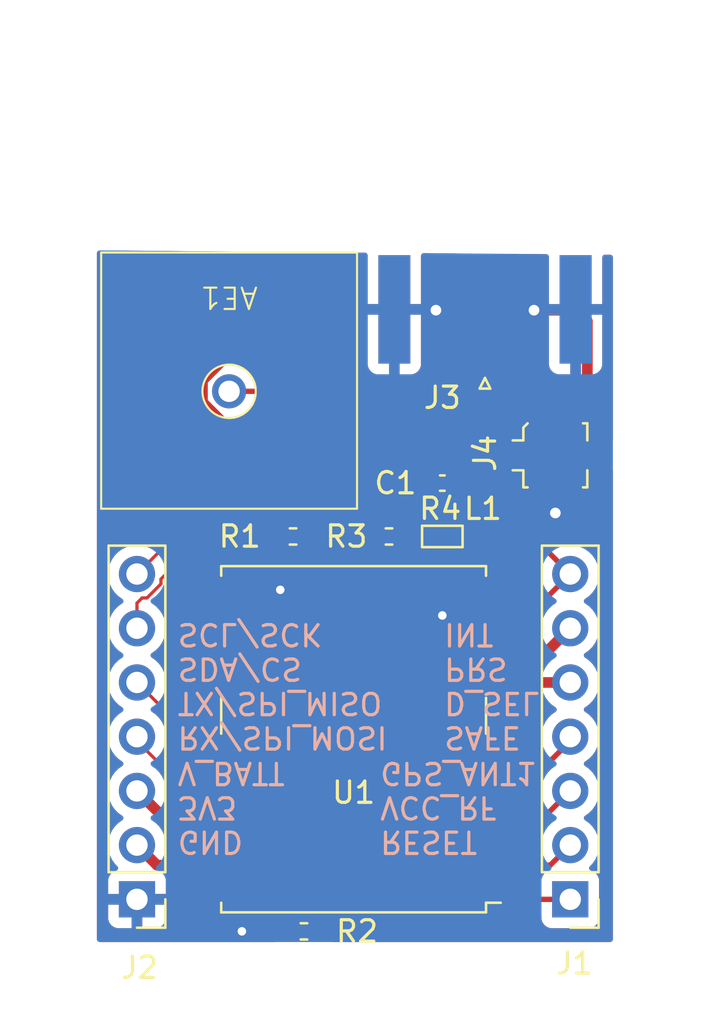
<source format=kicad_pcb>
(kicad_pcb (version 20240108) (generator "pcbnew") (generator_version "8.0")
  (layers (0 "F.Cu" signal) (31 "B.Cu" signal) (34 "B.Paste" user) (35 "F.Paste" user) (36 "B.SilkS" user "B.Silkscreen") (37 "F.SilkS" user "F.Silkscreen") (38 "B.Mask" user) (39 "F.Mask" user) (44 "Edge.Cuts" user))
  (net 0 "")
  (net 1 "3V3")
  (net 2 "V_BATT")
  (net 3 "VCC_RF")
  (net 4 "GPS_ANT1")
  (net 5 "PRS")
  (net 6 "GND")
  (net 7 "D_SEL")
  (net 8 "RESET")
  (net 9 "SAFE")
  (net 10 "INT")
  (net 11 "SCL{slash}SCK")
  (net 12 "SDA{slash}CS")
  (net 13 "RX{slash}SPI_MOSI")
  (net 14 "TX{slash}SPI_MISO")
  (net 15 "Net-(U1-SDA{slash}~{SPI_CS})")
  (net 16 "Net-(U1-SCL{slash}SPI_CLK)")
  (net 24 "Net-(C1-Pad1)")
  (footprint "Connector_PinHeader_2.54mm:PinHeader_1x07_P2.54mm_Vertical" (layer "F.Cu") (at 119.68 123.6 180)
    (property "Reference" "J2" (at -0.12 -3.2 180) (layer "F.SilkS"))
    (property "Value" "Conn_01x07_Pin")
    (fp_line (start 1.33 1.27) (end 1.33 16.57) (stroke (width 0.12)) (layer "F.SilkS"))
    (fp_line (start -1.33 16.57) (end 1.33 16.57) (stroke (width 0.12)) (layer "F.SilkS"))
    (fp_line (start -1.33 1.27) (end 1.33 1.27) (stroke (width 0.12)) (layer "F.SilkS"))
    (fp_line (start -1.33 1.27) (end -1.33 16.57) (stroke (width 0.12)) (layer "F.SilkS"))
    (fp_line (start -1.33 0) (end -1.33 -1.33) (stroke (width 0.12)) (layer "F.SilkS"))
    (fp_line (start -1.33 -1.33) (end 0 -1.33) (stroke (width 0.12)) (layer "F.SilkS"))
    (pad "1" thru_hole rect (at 0 0 180) (size 1.7 1.7) (drill 1) (layers "*.Cu" "*.Mask") (net 6 "GND"))
    (pad "2" thru_hole oval (at 0 2.54 180) (size 1.7 1.7) (drill 1) (layers "*.Cu" "*.Mask") (net 1 "3V3"))
    (pad "3" thru_hole oval (at 0 5.08 180) (size 1.7 1.7) (drill 1) (layers "*.Cu" "*.Mask") (net 2 "V_BATT"))
    (pad "4" thru_hole oval (at 0 7.62 180) (size 1.7 1.7) (drill 1) (layers "*.Cu" "*.Mask") (net 13 "RX{slash}SPI_MOSI"))
    (pad "5" thru_hole oval (at 0 10.16 180) (size 1.7 1.7) (drill 1) (layers "*.Cu" "*.Mask") (net 14 "TX{slash}SPI_MISO"))
    (pad "6" thru_hole oval (at 0 12.7 180) (size 1.7 1.7) (drill 1) (layers "*.Cu" "*.Mask") (net 12 "SDA{slash}CS"))
    (pad "7" thru_hole oval (at 0 15.24 180) (size 1.7 1.7) (drill 1) (layers "*.Cu" "*.Mask") (net 11 "SCL{slash}SCK"))
  )
  (footprint "Resistor_SMD:R_0402_1005Metric" (layer "F.Cu") (at 131.5 106.6 180)
    (property "Reference" "R3" (at 2 0 180) (layer "F.SilkS"))
    (property "Value" "R" (hide yes))
    (fp_line (start -0.153641 0.38) (end 0.153641 0.38) (stroke (width 0.12)) (layer "F.SilkS"))
    (fp_line (start -0.153641 -0.38) (end 0.153641 -0.38) (stroke (width 0.12)) (layer "F.SilkS"))
    (pad "1" smd roundrect (at -0.51 0 180) (size 0.54 0.64) (layers "F.Cu" "F.Paste" "F.Mask") (net 16 "Net-(U1-SCL{slash}SPI_CLK)"))
    (pad "2" smd roundrect (at 0.51 0 180) (size 0.54 0.64) (layers "F.Cu" "F.Paste" "F.Mask") (net 11 "SCL{slash}SCK"))
  )
  (footprint "Inductor_SMD:L_0402_1005Metric" (layer "F.Cu") (at 136.5 106.6 180)
    (property "Reference" "L1" (at 0.6 1.3 180) (layer "F.SilkS"))
    (property "Value" "27nH, 300mA")
    (pad "1" smd roundrect (at -0.485 0 180) (size 0.59 0.64) (layers "F.Cu" "F.Paste" "F.Mask") (net 4 "GPS_ANT1"))
    (pad "2" smd roundrect (at 0.485 0 180) (size 0.59 0.64) (layers "F.Cu" "F.Paste" "F.Mask") (net 24 "Net-(C1-Pad1)"))
  )
  (footprint "RF_GPS:ublox_NEO" (layer "F.Cu") (at 129.84 116.1 180)
    (property "Reference" "U1" (at 0 -2.5 180) (layer "F.SilkS"))
    (property "Value" "NEO-M9N")
    (fp_line (start 6.21 7.66) (end 6.21 8.1) (stroke (width 0.12)) (layer "F.SilkS"))
    (fp_line (start 6.21 0.26) (end 6.21 1.94) (stroke (width 0.12)) (layer "F.SilkS"))
    (fp_line (start 6.21 -8.11) (end 6.21 -7.66) (stroke (width 0.12)) (layer "F.SilkS"))
    (fp_line (start -6.21 8.11) (end 6.21 8.11) (stroke (width 0.12)) (layer "F.SilkS"))
    (fp_line (start -6.21 7.66) (end -6.21 8.11) (stroke (width 0.12)) (layer "F.SilkS"))
    (fp_line (start -6.21 0.26) (end -6.21 1.94) (stroke (width 0.12)) (layer "F.SilkS"))
    (fp_line (start -6.21 -8.11) (end 6.21 -8.11) (stroke (width 0.12)) (layer "F.SilkS"))
    (fp_line (start -6.21 -8.11) (end -6.21 -7.66) (stroke (width 0.12)) (layer "F.SilkS"))
    (fp_line (start -6.9 -7.66) (end -6.21 -7.66) (stroke (width 0.12)) (layer "F.SilkS"))
    (pad "1" smd roundrect (at -6 -7 180) (size 1.8 0.8) (layers "F.Cu" "F.Paste" "F.Mask") (net 9 "SAFE"))
    (pad "2" smd roundrect (at -6 -5.9 180) (size 1.8 0.8) (layers "F.Cu" "F.Paste" "F.Mask") (net 7 "D_SEL"))
    (pad "3" smd roundrect (at -6 -4.8 180) (size 1.8 0.8) (layers "F.Cu" "F.Paste" "F.Mask") (net 5 "PRS"))
    (pad "4" smd roundrect (at -6 -3.7 180) (size 1.8 0.8) (layers "F.Cu" "F.Paste" "F.Mask") (net 10 "INT"))
    (pad "5" smd roundrect (at -6 -2.6 180) (size 1.8 0.8) (layers "F.Cu" "F.Paste" "F.Mask"))
    (pad "6" smd roundrect (at -6 -1.5 180) (size 1.8 0.8) (layers "F.Cu" "F.Paste" "F.Mask"))
    (pad "7" smd roundrect (at -6 -0.4 180) (size 1.8 0.8) (layers "F.Cu" "F.Paste" "F.Mask"))
    (pad "8" smd roundrect (at -6 2.6 180) (size 1.8 0.8) (layers "F.Cu" "F.Paste" "F.Mask") (net 8 "RESET"))
    (pad "9" smd roundrect (at -6 3.7 180) (size 1.8 0.8) (layers "F.Cu" "F.Paste" "F.Mask") (net 3 "VCC_RF"))
    (pad "10" smd roundrect (at -6 4.8 180) (size 1.8 0.8) (layers "F.Cu" "F.Paste" "F.Mask") (net 6 "GND"))
    (pad "11" smd roundrect (at -6 5.9 180) (size 1.8 0.8) (layers "F.Cu" "F.Paste" "F.Mask") (net 4 "GPS_ANT1"))
    (pad "12" smd roundrect (at -6 7 180) (size 1.8 0.8) (layers "F.Cu" "F.Paste" "F.Mask") (net 6 "GND"))
    (pad "13" smd roundrect (at 6 7 180) (size 1.8 0.8) (layers "F.Cu" "F.Paste" "F.Mask") (net 6 "GND"))
    (pad "14" smd roundrect (at 6 5.9 180) (size 1.8 0.8) (layers "F.Cu" "F.Paste" "F.Mask"))
    (pad "15" smd roundrect (at 6 4.8 180) (size 1.8 0.8) (layers "F.Cu" "F.Paste" "F.Mask"))
    (pad "16" smd roundrect (at 6 3.7 180) (size 1.8 0.8) (layers "F.Cu" "F.Paste" "F.Mask"))
    (pad "17" smd roundrect (at 6 2.6 180) (size 1.8 0.8) (layers "F.Cu" "F.Paste" "F.Mask"))
    (pad "18" smd roundrect (at 6 -0.4 180) (size 1.8 0.8) (layers "F.Cu" "F.Paste" "F.Mask") (net 15 "Net-(U1-SDA{slash}~{SPI_CS})"))
    (pad "19" smd roundrect (at 6 -1.5 180) (size 1.8 0.8) (layers "F.Cu" "F.Paste" "F.Mask") (net 16 "Net-(U1-SCL{slash}SPI_CLK)"))
    (pad "20" smd roundrect (at 6 -2.6 180) (size 1.8 0.8) (layers "F.Cu" "F.Paste" "F.Mask") (net 14 "TX{slash}SPI_MISO"))
    (pad "21" smd roundrect (at 6 -3.7 180) (size 1.8 0.8) (layers "F.Cu" "F.Paste" "F.Mask") (net 13 "RX{slash}SPI_MOSI"))
    (pad "22" smd roundrect (at 6 -4.8 180) (size 1.8 0.8) (layers "F.Cu" "F.Paste" "F.Mask") (net 2 "V_BATT"))
    (pad "23" smd roundrect (at 6 -5.9 180) (size 1.8 0.8) (layers "F.Cu" "F.Paste" "F.Mask") (net 1 "3V3"))
    (pad "24" smd roundrect (at 6 -7 180) (size 1.8 0.8) (layers "F.Cu" "F.Paste" "F.Mask") (net 6 "GND"))
  )
  (footprint "Resistor_SMD:R_0402_1005Metric" (layer "F.Cu") (at 127.51 125.1 180)
    (property "Reference" "R2" (at -2.49 0 180) (layer "F.SilkS"))
    (property "Value" "100K" (hide yes))
    (fp_line (start -0.153641 0.38) (end 0.153641 0.38) (stroke (width 0.12)) (layer "F.SilkS"))
    (fp_line (start -0.153641 -0.38) (end 0.153641 -0.38) (stroke (width 0.12)) (layer "F.SilkS"))
    (pad "1" smd roundrect (at -0.51 0 180) (size 0.54 0.64) (layers "F.Cu" "F.Paste" "F.Mask") (net 1 "3V3"))
    (pad "2" smd roundrect (at 0.51 0 180) (size 0.54 0.64) (layers "F.Cu" "F.Paste" "F.Mask") (net 6 "GND"))
  )
  (footprint "Capacitor_SMD:C_0402_1005Metric" (layer "F.Cu") (at 134 104.1 180)
    (property "Reference" "C1" (at 2.2 0 180) (layer "F.SilkS"))
    (property "Value" "100nF")
    (fp_line (start -0.107836 0.36) (end 0.107836 0.36) (stroke (width 0.12)) (layer "F.SilkS"))
    (fp_line (start -0.107836 -0.36) (end 0.107836 -0.36) (stroke (width 0.12)) (layer "F.SilkS"))
    (pad "1" smd roundrect (at -0.48 0 180) (size 0.56 0.62) (layers "F.Cu" "F.Paste" "F.Mask") (net 24 "Net-(C1-Pad1)"))
    (pad "2" smd roundrect (at 0.48 0 180) (size 0.56 0.62) (layers "F.Cu" "F.Paste" "F.Mask") (net 6 "GND"))
  )
  (footprint "Connector_PinHeader_2.54mm:PinHeader_1x07_P2.54mm_Vertical" (layer "F.Cu") (at 140 123.6 180)
    (property "Reference" "J1" (at -0.2 -3 180) (layer "F.SilkS"))
    (property "Value" "Conn_01x07_Pin")
    (fp_line (start 1.33 1.27) (end 1.33 16.57) (stroke (width 0.12)) (layer "F.SilkS"))
    (fp_line (start -1.33 16.57) (end 1.33 16.57) (stroke (width 0.12)) (layer "F.SilkS"))
    (fp_line (start -1.33 1.27) (end 1.33 1.27) (stroke (width 0.12)) (layer "F.SilkS"))
    (fp_line (start -1.33 1.27) (end -1.33 16.57) (stroke (width 0.12)) (layer "F.SilkS"))
    (fp_line (start -1.33 0) (end -1.33 -1.33) (stroke (width 0.12)) (layer "F.SilkS"))
    (fp_line (start -1.33 -1.33) (end 0 -1.33) (stroke (width 0.12)) (layer "F.SilkS"))
    (pad "1" thru_hole rect (at 0 0 180) (size 1.7 1.7) (drill 1) (layers "*.Cu" "*.Mask") (net 9 "SAFE"))
    (pad "2" thru_hole oval (at 0 2.54 180) (size 1.7 1.7) (drill 1) (layers "*.Cu" "*.Mask") (net 7 "D_SEL"))
    (pad "3" thru_hole oval (at 0 5.08 180) (size 1.7 1.7) (drill 1) (layers "*.Cu" "*.Mask") (net 5 "PRS"))
    (pad "4" thru_hole oval (at 0 7.62 180) (size 1.7 1.7) (drill 1) (layers "*.Cu" "*.Mask") (net 10 "INT"))
    (pad "5" thru_hole oval (at 0 10.16 180) (size 1.7 1.7) (drill 1) (layers "*.Cu" "*.Mask") (net 8 "RESET"))
    (pad "6" thru_hole oval (at 0 12.7 180) (size 1.7 1.7) (drill 1) (layers "*.Cu" "*.Mask") (net 3 "VCC_RF"))
    (pad "7" thru_hole oval (at 0 15.24 180) (size 1.7 1.7) (drill 1) (layers "*.Cu" "*.Mask") (net 4 "GPS_ANT1"))
  )
  (footprint "Connector_Coaxial:SMA_Amphenol_132289_EdgeMount" (layer "F.Cu") (at 136 95.9625 90)
    (property "Reference" "J3" (at -4.1375 -2 360) (layer "F.SilkS"))
    (property "Value" "SMA")
    (fp_line (start -3.71 -0.25) (end -3.71 0.25) (stroke (width 0.12)) (layer "F.SilkS"))
    (fp_line (start -3.21 0) (end -3.71 -0.25) (stroke (width 0.12)) (layer "F.SilkS"))
    (fp_line (start -3.71 0.25) (end -3.21 0) (stroke (width 0.12)) (layer "F.SilkS"))
    (pad "1" smd rect (at 0 0 180) (size 1.5 5.08) (layers "F.Cu" "F.Paste" "F.Mask") (net 4 "GPS_ANT1"))
    (pad "2" smd rect (at 0 -4.25 180) (size 1.5 5.08) (layers "F.Cu" "F.Paste" "F.Mask") (net 6 "GND"))
    (pad "2" smd rect (at 0 -4.25 180) (size 1.5 5.08) (layers "B.Cu" "B.Paste" "B.Mask") (net 6 "GND"))
    (pad "2" smd rect (at 0 4.25 180) (size 1.5 5.08) (layers "F.Cu" "F.Paste" "F.Mask") (net 6 "GND"))
    (pad "2" smd rect (at 0 4.25 180) (size 1.5 5.08) (layers "B.Cu" "B.Paste" "B.Mask") (net 6 "GND"))
  )
  (footprint "PCM_Resistor_SMD_AKL:R_0402_1005Metric" (layer "F.Cu") (at 134 106.6)
    (property "Reference" "R4" (at -0.1 -1.3 360) (layer "F.SilkS"))
    (property "Value" "10" (hide yes))
    (fp_line (start -0.95 -0.5) (end -0.95 0.5) (stroke (width 0.12)) (layer "F.SilkS"))
    (fp_line (start -0.95 0.5) (end 0.95 0.5) (stroke (width 0.12)) (layer "F.SilkS"))
    (fp_line (start 0.95 -0.5) (end -0.95 -0.5) (stroke (width 0.12)) (layer "F.SilkS"))
    (fp_line (start 0.95 0.5) (end 0.95 -0.5) (stroke (width 0.12)) (layer "F.SilkS"))
    (pad "1" smd roundrect (at -0.51 0) (size 0.54 0.64) (layers "F.Cu" "F.Paste" "F.Mask") (net 3 "VCC_RF"))
    (pad "2" smd roundrect (at 0.51 0) (size 0.54 0.64) (layers "F.Cu" "F.Paste" "F.Mask") (net 24 "Net-(C1-Pad1)"))
  )
  (footprint "Resistor_SMD:R_0402_1005Metric" (layer "F.Cu") (at 127 106.6)
    (property "Reference" "R1" (at -2.5 0 360) (layer "F.SilkS"))
    (property "Value" "R" (hide yes))
    (fp_line (start -0.153641 -0.38) (end 0.153641 -0.38) (stroke (width 0.12)) (layer "F.SilkS"))
    (fp_line (start -0.153641 0.38) (end 0.153641 0.38) (stroke (width 0.12)) (layer "F.SilkS"))
    (pad "1" smd roundrect (at -0.51 0) (size 0.54 0.64) (layers "F.Cu" "F.Paste" "F.Mask") (net 12 "SDA{slash}CS"))
    (pad "2" smd roundrect (at 0.51 0) (size 0.54 0.64) (layers "F.Cu" "F.Paste" "F.Mask") (net 15 "Net-(U1-SDA{slash}~{SPI_CS})"))
  )
  (footprint "WOBCLibrary:GNSS_Antenna_1212" (layer "F.Cu") (at 124 99.3 180)
    (property "Reference" "AE1" (at 0 3.9 180) (layer "F.SilkS") (effects (font (thickness 0.1))))
    (property "Value" "Antenna")
    (fp_line (start 6 6) (end -6 6) (stroke (width 0.1)) (layer "F.SilkS"))
    (fp_line (start 6 -6) (end 6 6) (stroke (width 0.1)) (layer "F.SilkS"))
    (fp_line (start -6 6) (end -6 -6) (stroke (width 0.1)) (layer "F.SilkS"))
    (fp_line (start -6 -6) (end 6 -6) (stroke (width 0.1)) (layer "F.SilkS"))
    (fp_circle (center 0 -0.5) (end 1.25 -0.5) (stroke (width 0.1)) (fill none) (layer "F.SilkS"))
    (pad "1" thru_hole circle (at 0 -0.5 180) (size 1.6 1.6) (drill 1) (layers "*.Cu" "*.Mask") (net 4 "GPS_ANT1"))
  )
  (footprint "Connector_Coaxial:U.FL_Molex_MCRF_73412-0110_Vertical" (layer "F.Cu") (at 139.3 102.8 -90)
    (property "Reference" "J4" (at -0.1 3.3 90) (layer "F.SilkS"))
    (property "Value" "U.FL")
    (fp_line (start -1.3 1.5) (end -1.5 1.3) (stroke (width 0.12)) (layer "F.SilkS"))
    (fp_line (start -0.7 1.5) (end -0.7 2) (stroke (width 0.12)) (layer "F.SilkS"))
    (fp_line (start -0.7 1.5) (end -1.3 1.5) (stroke (width 0.12)) (layer "F.SilkS"))
    (fp_line (start 0.7 1.5) (end 0.7 2) (stroke (width 0.12)) (layer "F.SilkS"))
    (fp_line (start 1.5 1.5) (end 0.7 1.5) (stroke (width 0.12)) (layer "F.SilkS"))
    (fp_line (start 1.5 1.3) (end 1.5 1.5) (stroke (width 0.12)) (layer "F.SilkS"))
    (fp_line (start -1.5 -1.3) (end -1.5 -1.5) (stroke (width 0.12)) (layer "F.SilkS"))
    (fp_line (start -1.5 -1.5) (end -0.7 -1.5) (stroke (width 0.12)) (layer "F.SilkS"))
    (fp_line (start 0.7 -1.5) (end 1.5 -1.5) (stroke (width 0.12)) (layer "F.SilkS"))
    (fp_line (start 1.5 -1.5) (end 1.5 -1.3) (stroke (width 0.12)) (layer "F.SilkS"))
    (pad "1" smd rect (at 0 1.5 270) (size 1 1) (layers "F.Cu" "F.Paste" "F.Mask") (net 4 "GPS_ANT1"))
    (pad "2" smd rect (at -1.475 0 270) (size 1.05 2.2) (layers "F.Cu" "F.Paste" "F.Mask") (net 6 "GND"))
    (pad "2" smd rect (at 0 -1.5 270) (size 1 1) (layers "F.Cu" "F.Paste" "F.Mask") (net 6 "GND"))
    (pad "2" smd rect (at 1.475 0 270) (size 1.05 2.2) (layers "F.Cu" "F.Paste" "F.Mask") (net 6 "GND"))
  )
  (gr_text "RX/SPI_MOSI\nTX/SPI_MISO\nSDA/CS\nSCL/SCK" (at 121.5 110.6 180) (layer "B.SilkS") (effects (font (size 1 1)) (justify left bottom mirror)))
  (gr_text "RESET\nVCC_RF\nGPS_ANT1" (at 131 117.1 180) (layer "B.SilkS") (effects (font (size 1 1)) (justify left bottom mirror)))
  (gr_text "SAFE\nD_SEL\nPRS\nINT" (at 134 110.6 180) (layer "B.SilkS") (effects (font (size 1 1)) (justify left bottom mirror)))
  (gr_text "GND\n3V3\nV_BATT\n" (at 121.5 117.1 180) (layer "B.SilkS") (effects (font (size 1 1)) (justify left bottom mirror)))
  (segment (start 128.02 123.52) (end 126.5 122) (width 0.5) (layer "F.Cu") (net 1))
  (segment (start 123.84 122) (end 120.62 122) (width 0.5) (layer "F.Cu") (net 1))
  (segment (start 128.02 125.1) (end 128.02 123.52) (width 0.5) (layer "F.Cu") (net 1))
  (segment (start 120.62 122) (end 119.68 121.06) (width 0.5) (layer "F.Cu") (net 1))
  (segment (start 126.5 122) (end 123.84 122) (width 0.5) (layer "F.Cu") (net 1))
  (segment (start 122.06 120.9) (end 123.84 120.9) (width 0.5) (layer "F.Cu") (net 2))
  (segment (start 119.68 118.52) (end 122.06 120.9) (width 0.5) (layer "F.Cu") (net 2))
  (segment (start 140 110.9) (end 138.5 112.4) (width 0.5) (layer "F.Cu") (net 3))
  (segment (start 135.84 112.4) (end 134.745076 112.4) (width 0.5) (layer "F.Cu") (net 3))
  (segment (start 133.49 107.91) (end 133.49 106.6) (width 0.5) (layer "F.Cu") (net 3))
  (segment (start 133.15 110.804924) (end 133.15 108.25) (width 0.5) (layer "F.Cu") (net 3))
  (segment (start 133.15 108.25) (end 133.49 107.91) (width 0.5) (layer "F.Cu") (net 3))
  (segment (start 138.5 112.4) (end 135.84 112.4) (width 0.5) (layer "F.Cu") (net 3))
  (segment (start 134.745076 112.4) (end 133.15 110.804924) (width 0.5) (layer "F.Cu") (net 3))
  (segment (start 137.8 102.8) (end 137.8 101.6) (width 0.25) (layer "F.Cu") (net 4))
  (segment (start 138.24 106.6) (end 140 108.36) (width 0.25) (layer "F.Cu") (net 4))
  (segment (start 138.16 110.2) (end 135.84 110.2) (width 0.25) (layer "F.Cu") (net 4))
  (segment (start 124 99.8) (end 136 99.8) (width 0.25) (layer "F.Cu") (net 4))
  (segment (start 136 99.8) (end 136 95.9625) (width 0.25) (layer "F.Cu") (net 4))
  (segment (start 136.985 106.6) (end 136.985 103.615) (width 0.25) (layer "F.Cu") (net 4))
  (segment (start 140 108.36) (end 138.16 110.2) (width 0.25) (layer "F.Cu") (net 4))
  (segment (start 137.8 101.6) (end 136 99.8) (width 0.25) (layer "F.Cu") (net 4))
  (segment (start 136.985 103.615) (end 137.8 102.8) (width 0.25) (layer "F.Cu") (net 4))
  (segment (start 136.985 106.6) (end 138.24 106.6) (width 0.25) (layer "F.Cu") (net 4))
  (segment (start 140 118.52) (end 137.62 120.9) (width 0.25) (layer "F.Cu") (net 5))
  (segment (start 137.62 120.9) (end 135.84 120.9) (width 0.25) (layer "F.Cu") (net 5))
  (segment (start 140.8 102.8) (end 140.8 96.5125) (width 0.5) (layer "F.Cu") (net 6))
  (segment (start 121.6 123.6) (end 119.68 123.6) (width 0.5) (layer "F.Cu") (net 6))
  (segment (start 123.34 123.6) (end 121.6 123.6) (width 0.5) (layer "F.Cu") (net 6))
  (segment (start 138.3 96) (end 140.2125 96) (width 0.5) (layer "F.Cu") (net 6))
  (segment (start 140.775 102.8) (end 139.3 101.325) (width 0.5) (layer "F.Cu") (net 6))
  (segment (start 135 111.3) (end 135.84 111.3) (width 0.5) (layer "F.Cu") (net 6))
  (segment (start 140.8 102.8) (end 140.775 102.8) (width 0.5) (layer "F.Cu") (net 6))
  (segment (start 131.75 95.9625) (end 133.6625 95.9625) (width 0.5) (layer "F.Cu") (net 6))
  (segment (start 125.6 123.1) (end 123.84 123.1) (width 0.5) (layer "F.Cu") (net 6))
  (segment (start 122.75 100.310654) (end 126.539346 104.1) (width 0.5) (layer "F.Cu") (net 6))
  (segment (start 123.84 123.1) (end 123.34 123.6) (width 0.5) (layer "F.Cu") (net 6))
  (segment (start 127 125.1) (end 127 124.5) (width 0.5) (layer "F.Cu") (net 6))
  (segment (start 126.4 109.1) (end 123.84 109.1) (width 0.5) (layer "F.Cu") (net 6))
  (segment (start 133.6625 95.9625) (end 133.7 96) (width 0.5) (layer "F.Cu") (net 6))
  (segment (start 134 110.3) (end 135 111.3) (width 0.5) (layer "F.Cu") (net 6))
  (segment (start 140.2125 96) (end 140.25 95.9625) (width 0.5) (layer "F.Cu") (net 6))
  (segment (start 140.775 102.8) (end 139.3 104.275) (width 0.5) (layer "F.Cu") (net 6))
  (segment (start 127 124.5) (end 125.6 123.1) (width 0.5) (layer "F.Cu") (net 6))
  (segment (start 140.8 96.5125) (end 140.25 95.9625) (width 0.5) (layer "F.Cu") (net 6))
  (segment (start 134 110.3) (end 134 109.3) (width 0.5) (layer "F.Cu") (net 6))
  (segment (start 122.75 99.289346) (end 122.75 100.310654) (width 0.5) (layer "F.Cu") (net 6))
  (segment (start 134 109.3) (end 134.2 109.1) (width 0.5) (layer "F.Cu") (net 6))
  (segment (start 134.2 109.1) (end 135.84 109.1) (width 0.5) (layer "F.Cu") (net 6))
  (segment (start 131.75 95.9625) (end 126.076846 95.9625) (width 0.5) (layer "F.Cu") (net 6))
  (segment (start 123.84 123.1) (end 123.84 124.34) (width 0.5) (layer "F.Cu") (net 6))
  (segment (start 126.539346 104.1) (end 133.52 104.1) (width 0.5) (layer "F.Cu") (net 6))
  (segment (start 123.84 124.34) (end 124.6 125.1) (width 0.5) (layer "F.Cu") (net 6))
  (segment (start 126.076846 95.9625) (end 122.75 99.289346) (width 0.5) (layer "F.Cu") (net 6))
  (segment (start 139.3 104.275) (end 139.3 105.5) (width 0.5) (layer "F.Cu") (net 6))
  (via (at 124.6 125.1) (size 0.8) (drill 0.4) (layers "F.Cu" "B.Cu") (net 6))
  (via (at 126.4 109.1) (size 0.8) (drill 0.4) (layers "F.Cu" "B.Cu") (net 6))
  (via (at 133.7 96) (size 0.8) (drill 0.5) (layers "F.Cu" "B.Cu") (net 6))
  (via (at 139.3 105.5) (size 0.8) (drill 0.5) (layers "F.Cu" "B.Cu") (net 6))
  (via (at 138.3 96) (size 0.8) (drill 0.5) (layers "F.Cu" "B.Cu") (net 6))
  (via (at 134 110.3) (size 0.8) (drill 0.4) (layers "F.Cu" "B.Cu") (net 6))
  (segment (start 134 110.3) (end 134 112.1) (width 0.5) (layer "B.Cu") (net 6))
  (segment (start 130 109.1) (end 126.4 109.1) (width 0.5) (layer "B.Cu") (net 6))
  (segment (start 125.6 125.1) (end 131.8 118.9) (width 0.5) (layer "B.Cu") (net 6))
  (segment (start 133.7 96) (end 138.3 96) (width 0.5) (layer "B.Cu") (net 6))
  (segment (start 126.4 109.1) (end 126.725 109.1) (width 0.5) (layer "B.Cu") (net 6))
  (segment (start 134 112.1) (end 131.8 114.3) (width 0.5) (layer "B.Cu") (net 6))
  (segment (start 131.8 114.3) (end 131.8 112.9) (width 0.5) (layer "B.Cu") (net 6))
  (segment (start 139.3 105.5) (end 134.5 110.3) (width 0.5) (layer "B.Cu") (net 6))
  (segment (start 131.8 110.8) (end 130.1 109.1) (width 0.5) (layer "B.Cu") (net 6))
  (segment (start 131.8 118.9) (end 131.8 114.3) (width 0.5) (layer "B.Cu") (net 6))
  (segment (start 124.6 125.1) (end 125.6 125.1) (width 0.5) (layer "B.Cu") (net 6))
  (segment (start 130.1 109.1) (end 130 109.1) (width 0.25) (layer "B.Cu") (net 6))
  (segment (start 131.8 112.9) (end 131.8 110.8) (width 0.5) (layer "B.Cu") (net 6))
  (segment (start 134.5 110.3) (end 134 110.3) (width 0.5) (layer "B.Cu") (net 6))
  (segment (start 134 110.3) (end 134 111.3) (width 0.25) (layer "B.Cu") (net 6))
  (segment (start 139.06 122) (end 135.84 122) (width 0.25) (layer "F.Cu") (net 7))
  (segment (start 140 121.06) (end 139.06 122) (width 0.25) (layer "F.Cu") (net 7))
  (segment (start 140 113.44) (end 135.9 113.44) (width 0.5) (layer "F.Cu") (net 8))
  (segment (start 135.9 113.44) (end 135.84 113.5) (width 0.25) (layer "F.Cu") (net 8))
  (segment (start 136.34 123.6) (end 135.84 123.1) (width 0.25) (layer "F.Cu") (net 9))
  (segment (start 140 123.6) (end 136.34 123.6) (width 0.25) (layer "F.Cu") (net 9))
  (segment (start 140 116.182462) (end 136.382462 119.8) (width 0.25) (layer "F.Cu") (net 10))
  (segment (start 136.382462 119.8) (end 135.84 119.8) (width 0.25) (layer "F.Cu") (net 10))
  (segment (start 140 115.98) (end 140 116.182462) (width 0.25) (layer "F.Cu") (net 10))
  (segment (start 130.99 106.59) (end 130.99 106.6) (width 0.25) (layer "F.Cu") (net 11))
  (segment (start 130 105.6) (end 130.99 106.59) (width 0.15) (layer "F.Cu") (net 11))
  (segment (start 119.68 108.36) (end 122.44 105.6) (width 0.15) (layer "F.Cu") (net 11))
  (segment (start 122.44 105.6) (end 130 105.6) (width 0.15) (layer "F.Cu") (net 11))
  (segment (start 120.805 108.595) (end 122.8 106.6) (width 0.15) (layer "F.Cu") (net 12))
  (segment (start 119.919656 109.480344) (end 120.149 109.480344) (width 0.15) (layer "F.Cu") (net 12))
  (segment (start 119.68 110.9) (end 119.68 109.72) (width 0.15) (layer "F.Cu") (net 12))
  (segment (start 120.805 108.824344) (end 120.805 108.595) (width 0.15) (layer "F.Cu") (net 12))
  (segment (start 119.68 109.72) (end 119.919656 109.480344) (width 0.15) (layer "F.Cu") (net 12))
  (segment (start 122.8 106.6) (end 126.49 106.6) (width 0.15) (layer "F.Cu") (net 12))
  (segment (start 120.149 109.480344) (end 120.805 108.824344) (width 0.15) (layer "F.Cu") (net 12))
  (segment (start 123.297538 119.8) (end 123.84 119.8) (width 0.25) (layer "F.Cu") (net 13))
  (segment (start 119.68 115.98) (end 119.68 116.182462) (width 0.25) (layer "F.Cu") (net 13))
  (segment (start 119.68 116.182462) (end 123.297538 119.8) (width 0.15) (layer "F.Cu") (net 13))
  (segment (start 122 117.402462) (end 123.297538 118.7) (width 0.15) (layer "F.Cu") (net 14))
  (segment (start 119.68 113.44) (end 122 115.76) (width 0.15) (layer "F.Cu") (net 14))
  (segment (start 123.297538 118.7) (end 123.84 118.7) (width 0.25) (layer "F.Cu") (net 14))
  (segment (start 122 115.76) (end 122 117.402462) (width 0.15) (layer "F.Cu") (net 14))
  (segment (start 124.9 116.5) (end 123.84 116.5) (width 0.15) (layer "F.Cu") (net 15))
  (segment (start 127.51 106.6) (end 127.51 113.89) (width 0.15) (layer "F.Cu") (net 15))
  (segment (start 127.51 113.89) (end 124.9 116.5) (width 0.15) (layer "F.Cu") (net 15))
  (segment (start 124.382462 117.6) (end 123.84 117.6) (width 0.25) (layer "F.Cu") (net 16))
  (segment (start 132.01 106.6) (end 128 110.61) (width 0.15) (layer "F.Cu") (net 16))
  (segment (start 125.2 117.6) (end 124.382462 117.6) (width 0.15) (layer "F.Cu") (net 16))
  (segment (start 128 110.61) (end 128 114.8) (width 0.15) (layer "F.Cu") (net 16))
  (segment (start 128 114.8) (end 125.2 117.6) (width 0.15) (layer "F.Cu") (net 16))
  (segment (start 134.51 104.13) (end 134.48 104.1) (width 0.25) (layer "F.Cu") (net 24))
  (segment (start 134.51 106.6) (end 136.015 106.6) (width 0.25) (layer "F.Cu") (net 24))
  (segment (start 134.51 106.6) (end 134.51 104.13) (width 0.25) (layer "F.Cu") (net 24))
  (zone (net 6) (net_name "GND") (layers "F&B.Cu") (connect_pads (clearance 0.5)) (min_thickness 0.25) (fill yes (thermal_gap 0.5) (thermal_bridge_width 0.5))
    (polygon (pts (xy 142 125.6) (xy 117.8 125.6) (xy 117.8 93.2) (xy 142 93.4)))
  )
)
</source>
